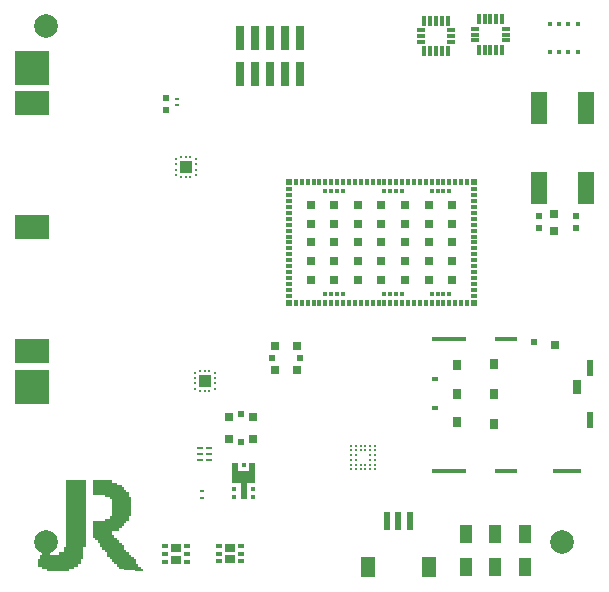
<source format=gbr>
%TF.GenerationSoftware,Altium Limited,Altium Designer,20.1.11 (218)*%
G04 Layer_Color=8421504*
%FSLAX45Y45*%
%MOMM*%
%TF.SameCoordinates,A720D921-2E1A-4B1E-B03F-C1F3B01285F1*%
%TF.FilePolarity,Positive*%
%TF.FileFunction,Paste,Top*%
%TF.Part,Single*%
G01*
G75*
%TA.AperFunction,BGAPad,CuDef*%
%ADD11R,0.40000X0.40000*%
%TA.AperFunction,ConnectorPad*%
%ADD12R,1.00000X1.60000*%
%TA.AperFunction,SMDPad,CuDef*%
%ADD13C,2.00000*%
%TA.AperFunction,BGAPad,CuDef*%
%ADD14R,0.35000X0.35000*%
%TA.AperFunction,SMDPad,CuDef*%
%ADD15R,0.30000X0.27000*%
%ADD16R,0.50000X0.60000*%
%TA.AperFunction,BGAPad,CuDef*%
%ADD17R,0.80000X0.80000*%
%TA.AperFunction,SMDPad,CuDef*%
%ADD18R,0.30000X0.54000*%
%ADD19R,0.54000X0.54000*%
%ADD20R,0.54000X0.30000*%
%TA.AperFunction,BGAPad,CuDef*%
%ADD21R,0.30000X0.30000*%
%TA.AperFunction,SMDPad,CuDef*%
%ADD22R,2.90000X0.45000*%
%ADD23R,1.90000X0.45000*%
%ADD24R,2.40000X0.45000*%
%ADD25R,0.65000X1.20000*%
%ADD26R,0.50000X1.40000*%
%ADD27R,0.70000X0.75000*%
%ADD28R,0.60000X0.60000*%
%ADD29R,0.60000X0.30000*%
%ADD30R,0.70000X0.90000*%
%TA.AperFunction,BGAPad,CuDef*%
%ADD31C,0.21000*%
%TA.AperFunction,SMDPad,CuDef*%
%ADD32R,1.20000X1.80000*%
%ADD33R,0.60000X1.55000*%
%ADD34R,0.58000X0.50000*%
%ADD35R,0.80000X0.75000*%
%ADD36R,0.55000X0.60000*%
%ADD37R,1.40000X2.75000*%
%ADD38R,1.39000X2.75000*%
%ADD39R,0.80000X0.80000*%
%ADD40R,0.80000X0.30000*%
%ADD41R,0.30000X0.92500*%
%ADD42R,0.52500X0.25000*%
%ADD43R,0.50000X0.58000*%
%ADD44R,0.75000X0.80000*%
%ADD45R,1.00000X1.00000*%
%ADD46R,0.25000X0.23000*%
%ADD47R,0.23000X0.25000*%
%ADD48R,3.00000X3.00000*%
%ADD49R,3.00000X2.00000*%
%ADD50R,0.55000X0.42000*%
%ADD51R,0.92000X0.71000*%
%TA.AperFunction,ConnectorPad*%
%ADD52R,0.76000X2.03000*%
%TA.AperFunction,Conductor*%
%ADD54R,0.47600X1.75798*%
%ADD55R,0.60000X1.40000*%
%ADD57R,1.20000X1.10800*%
%TA.AperFunction,OtherPad,Free Pad (15.845mm,35.575mm)*%
%ADD111O,0.23000X0.25000*%
%TA.AperFunction,OtherPad,Free Pad (15.845mm,35.125mm)*%
%ADD112O,0.23000X0.25000*%
%TA.AperFunction,OtherPad,Free Pad (15.845mm,34.675mm)*%
%ADD113O,0.23000X0.25000*%
%TA.AperFunction,OtherPad,Free Pad (15.845mm,34.225mm)*%
%ADD114O,0.23000X0.25000*%
%TA.AperFunction,OtherPad,Free Pad (14.155mm,35.575mm)*%
%ADD115O,0.23000X0.25000*%
%TA.AperFunction,OtherPad,Free Pad (14.155mm,35.125mm)*%
%ADD116O,0.23000X0.25000*%
%TA.AperFunction,OtherPad,Free Pad (14.155mm,34.675mm)*%
%ADD117O,0.23000X0.25000*%
%TA.AperFunction,OtherPad,Free Pad (14.155mm,34.225mm)*%
%ADD118O,0.23000X0.25000*%
%TA.AperFunction,OtherPad,Free Pad (14.6mm,35.745mm)*%
%ADD119O,0.25000X0.23000*%
%TA.AperFunction,OtherPad,Free Pad (15mm,35.745mm)*%
%ADD120O,0.25000X0.23000*%
%TA.AperFunction,OtherPad,Free Pad (15.4mm,35.745mm)*%
%ADD121O,0.25000X0.23000*%
%TA.AperFunction,OtherPad,Free Pad (15.4mm,34.055mm)*%
%ADD122O,0.25000X0.23000*%
%TA.AperFunction,OtherPad,Free Pad (15mm,34.055mm)*%
%ADD123O,0.25000X0.23000*%
%TA.AperFunction,OtherPad,Free Pad (14.6mm,34.055mm)*%
%ADD124O,0.25000X0.23000*%
%TA.AperFunction,OtherPad,Free Pad (15mm,34.9mm)*%
G04:AMPARAMS|DCode=125|XSize=0.85mm|YSize=0.85mm|CornerRadius=0.2125mm|HoleSize=0mm|Usage=FLASHONLY|Rotation=180.000|XOffset=0mm|YOffset=0mm|HoleType=Round|Shape=RoundedRectangle|*
%AMROUNDEDRECTD125*
21,1,0.85000,0.42500,0,0,180.0*
21,1,0.42500,0.85000,0,0,180.0*
1,1,0.42500,-0.21250,0.21250*
1,1,0.42500,0.21250,0.21250*
1,1,0.42500,0.21250,-0.21250*
1,1,0.42500,-0.21250,-0.21250*
%
%ADD125ROUNDEDRECTD125*%
%TA.AperFunction,OtherPad,Free Pad (17.445mm,17.475mm)*%
%ADD126O,0.23000X0.25000*%
%TA.AperFunction,OtherPad,Free Pad (17.445mm,17.025mm)*%
%ADD127O,0.23000X0.25000*%
%TA.AperFunction,OtherPad,Free Pad (17.445mm,16.575mm)*%
%ADD128O,0.23000X0.25000*%
%TA.AperFunction,OtherPad,Free Pad (17.445mm,16.125mm)*%
%ADD129O,0.23000X0.25000*%
%TA.AperFunction,OtherPad,Free Pad (15.755mm,17.475mm)*%
%ADD130O,0.23000X0.25000*%
%TA.AperFunction,OtherPad,Free Pad (15.755mm,17.025mm)*%
%ADD131O,0.23000X0.25000*%
%TA.AperFunction,OtherPad,Free Pad (15.755mm,16.575mm)*%
%ADD132O,0.23000X0.25000*%
%TA.AperFunction,OtherPad,Free Pad (15.755mm,16.125mm)*%
%ADD133O,0.23000X0.25000*%
%TA.AperFunction,OtherPad,Free Pad (16.2mm,17.645mm)*%
%ADD134O,0.25000X0.23000*%
%TA.AperFunction,OtherPad,Free Pad (16.6mm,17.645mm)*%
%ADD135O,0.25000X0.23000*%
%TA.AperFunction,OtherPad,Free Pad (17mm,17.645mm)*%
%ADD136O,0.25000X0.23000*%
%TA.AperFunction,OtherPad,Free Pad (17mm,15.955mm)*%
%ADD137O,0.25000X0.23000*%
%TA.AperFunction,OtherPad,Free Pad (16.6mm,15.955mm)*%
%ADD138O,0.25000X0.23000*%
%TA.AperFunction,OtherPad,Free Pad (16.2mm,15.955mm)*%
%ADD139O,0.25000X0.23000*%
%TA.AperFunction,OtherPad,Free Pad (16.6mm,16.8mm)*%
G04:AMPARAMS|DCode=140|XSize=0.85mm|YSize=0.85mm|CornerRadius=0.2125mm|HoleSize=0mm|Usage=FLASHONLY|Rotation=180.000|XOffset=0mm|YOffset=0mm|HoleType=Round|Shape=RoundedRectangle|*
%AMROUNDEDRECTD140*
21,1,0.85000,0.42500,0,0,180.0*
21,1,0.42500,0.85000,0,0,180.0*
1,1,0.42500,-0.21250,0.21250*
1,1,0.42500,0.21250,0.21250*
1,1,0.42500,0.21250,-0.21250*
1,1,0.42500,-0.21250,-0.21250*
%
%ADD140ROUNDEDRECTD140*%
G36*
X652560Y817360D02*
Y797040D01*
Y776720D01*
Y756400D01*
Y736080D01*
Y715760D01*
Y695440D01*
Y675120D01*
Y654800D01*
Y634480D01*
Y614160D01*
Y593840D01*
Y573520D01*
Y553200D01*
Y532880D01*
Y512560D01*
Y492240D01*
Y471920D01*
Y451600D01*
Y431280D01*
Y410960D01*
Y390640D01*
Y370320D01*
Y350000D01*
Y329680D01*
Y309360D01*
Y289040D01*
Y268720D01*
X632240D01*
Y248400D01*
Y228080D01*
Y207760D01*
Y187440D01*
Y167120D01*
X611920D01*
Y146800D01*
Y126480D01*
X591600D01*
Y106160D01*
X550960D01*
Y85840D01*
X510320D01*
Y65520D01*
X327440D01*
Y85840D01*
X286800D01*
Y106160D01*
X246160D01*
Y126480D01*
Y146800D01*
Y167120D01*
X266480D01*
Y187440D01*
Y207760D01*
X286800D01*
Y228080D01*
Y248400D01*
X307120D01*
Y228080D01*
X347760D01*
Y207760D01*
X429040D01*
Y228080D01*
X469680D01*
Y248400D01*
Y268720D01*
X490000D01*
Y289040D01*
Y309360D01*
Y329680D01*
Y350000D01*
Y370320D01*
Y390640D01*
Y410960D01*
Y431280D01*
Y451600D01*
Y471920D01*
Y492240D01*
Y512560D01*
Y532880D01*
Y553200D01*
Y573520D01*
Y593840D01*
Y614160D01*
Y634480D01*
Y654800D01*
Y675120D01*
Y695440D01*
Y715760D01*
Y736080D01*
Y756400D01*
Y776720D01*
Y797040D01*
Y817360D01*
Y837680D01*
X652560D01*
Y817360D01*
D02*
G37*
G36*
X876080D02*
X916720D01*
Y797040D01*
X957360D01*
Y776720D01*
X977680D01*
Y756400D01*
X998000D01*
Y736080D01*
X1018320D01*
Y715760D01*
Y695440D01*
X1038640D01*
Y675120D01*
Y654800D01*
Y634480D01*
Y614160D01*
Y593840D01*
Y573520D01*
Y553200D01*
Y532880D01*
X1018320D01*
Y512560D01*
Y492240D01*
X998000D01*
Y471920D01*
X977680D01*
Y451600D01*
X957360D01*
Y431280D01*
X937040D01*
Y410960D01*
X876080D01*
Y390640D01*
Y370320D01*
X896400D01*
Y350000D01*
X916720D01*
Y329680D01*
X937040D01*
Y309360D01*
X957360D01*
Y289040D01*
X977680D01*
Y268720D01*
Y248400D01*
X998000D01*
Y228080D01*
X1018320D01*
Y207760D01*
X1038640D01*
Y187440D01*
X1058960D01*
Y167120D01*
X1079280D01*
Y146800D01*
Y126480D01*
X1099600D01*
Y106160D01*
X1119920D01*
Y85840D01*
X1140240D01*
Y65520D01*
X1119920D01*
X937040Y85840D01*
Y106160D01*
X916720D01*
Y126480D01*
X896400D01*
Y146800D01*
X876080D01*
Y167120D01*
X855760D01*
Y187440D01*
X835440D01*
Y207760D01*
Y228080D01*
X815120D01*
Y248400D01*
X794800D01*
Y268720D01*
X774480D01*
Y289040D01*
Y309360D01*
X754160D01*
Y329680D01*
X733840D01*
Y350000D01*
X713520D01*
Y370320D01*
Y390640D01*
Y410960D01*
Y431280D01*
Y451600D01*
Y471920D01*
Y492240D01*
X815120D01*
Y512560D01*
X855760D01*
Y532880D01*
X876080D01*
Y553200D01*
Y573520D01*
Y593840D01*
Y614160D01*
Y634480D01*
Y654800D01*
Y675120D01*
X855760D01*
Y695440D01*
X815120D01*
Y715760D01*
X713520D01*
Y736080D01*
Y756400D01*
Y776720D01*
Y797040D01*
Y817360D01*
Y837680D01*
X876080D01*
Y817360D01*
D02*
G37*
D11*
X4820000Y4699998D02*
D03*
X4740000D02*
D03*
X4660001D02*
D03*
X4580001D02*
D03*
Y4459999D02*
D03*
X4660001D02*
D03*
X4740000D02*
D03*
X4820000D02*
D03*
D12*
X4370002Y100002D02*
D03*
X3869998D02*
D03*
X4120000D02*
D03*
Y380002D02*
D03*
X3869998D02*
D03*
X4370002D02*
D03*
D13*
X4685000Y315000D02*
D03*
X315000D02*
D03*
Y4685000D02*
D03*
D14*
X1989996Y692463D02*
D03*
Y967458D02*
D03*
X2067491Y692463D02*
D03*
Y761662D02*
D03*
Y900062D02*
D03*
Y830862D02*
D03*
Y967458D02*
D03*
X1912495D02*
D03*
Y830862D02*
D03*
Y900062D02*
D03*
Y761662D02*
D03*
Y692463D02*
D03*
D15*
X1640000Y690000D02*
D03*
Y746997D02*
D03*
X1430006Y4011493D02*
D03*
Y4068491D02*
D03*
D16*
X1330001Y3970002D02*
D03*
Y4070002D02*
D03*
D17*
X3757003Y2529996D02*
D03*
Y2689996D02*
D03*
Y3010000D02*
D03*
Y2850001D02*
D03*
Y3170000D02*
D03*
X3557003D02*
D03*
Y2850001D02*
D03*
Y3010000D02*
D03*
Y2689996D02*
D03*
Y2529996D02*
D03*
X3357003D02*
D03*
Y2689996D02*
D03*
Y3010000D02*
D03*
Y2850001D02*
D03*
Y3170000D02*
D03*
X2957004Y2529996D02*
D03*
Y2689996D02*
D03*
Y3010000D02*
D03*
Y2850001D02*
D03*
Y3170000D02*
D03*
X3157004Y2529996D02*
D03*
Y2689996D02*
D03*
Y3010000D02*
D03*
Y2850001D02*
D03*
Y3170000D02*
D03*
X2757005Y2529996D02*
D03*
Y2689996D02*
D03*
Y3010000D02*
D03*
Y2850001D02*
D03*
Y3170000D02*
D03*
X2557000Y2689996D02*
D03*
Y3010000D02*
D03*
Y2850001D02*
D03*
Y3170000D02*
D03*
Y2529996D02*
D03*
D18*
X3882001Y2337998D02*
D03*
X3832004D02*
D03*
X3782001D02*
D03*
X3732004D02*
D03*
X3682002D02*
D03*
X3632004D02*
D03*
X3582002D02*
D03*
X3532004D02*
D03*
X3482002D02*
D03*
X3432005D02*
D03*
X3382002D02*
D03*
X3332005D02*
D03*
X3282002D02*
D03*
X3232005D02*
D03*
X3182003D02*
D03*
X3132000D02*
D03*
X3082003D02*
D03*
X3032000D02*
D03*
X2982003D02*
D03*
X2932000D02*
D03*
X2882003D02*
D03*
X2832001D02*
D03*
X2782003D02*
D03*
X2732001D02*
D03*
X2682004D02*
D03*
X2632001D02*
D03*
X2582004D02*
D03*
X2532001D02*
D03*
X2482004D02*
D03*
X2432001D02*
D03*
X2482004Y3361999D02*
D03*
X2532006D02*
D03*
X2582004D02*
D03*
X2632006D02*
D03*
X2682004D02*
D03*
X2732006D02*
D03*
X2782003D02*
D03*
X2832006D02*
D03*
X2882003D02*
D03*
X2932006D02*
D03*
X2982003D02*
D03*
X3032005D02*
D03*
X3082003D02*
D03*
X3132005D02*
D03*
X3182003D02*
D03*
X3232005D02*
D03*
X3282007D02*
D03*
X3332005D02*
D03*
X3382007D02*
D03*
X3432005D02*
D03*
X3482007D02*
D03*
X3532004D02*
D03*
X3582007D02*
D03*
X3632004D02*
D03*
X3682007D02*
D03*
X3732004D02*
D03*
X3782006D02*
D03*
X3832004D02*
D03*
X3882006D02*
D03*
X2432007D02*
D03*
D19*
X3944003Y2337998D02*
D03*
X2370000D02*
D03*
X3944003Y3361999D02*
D03*
X2370000D02*
D03*
D20*
Y2399999D02*
D03*
Y2449996D02*
D03*
Y2499999D02*
D03*
Y2549996D02*
D03*
Y2599999D02*
D03*
Y2649996D02*
D03*
Y2699998D02*
D03*
Y2749996D02*
D03*
Y2799998D02*
D03*
Y2850001D02*
D03*
Y2899998D02*
D03*
Y3000003D02*
D03*
Y3050000D02*
D03*
Y3100003D02*
D03*
Y3150000D02*
D03*
Y3200002D02*
D03*
Y3250000D02*
D03*
Y3300002D02*
D03*
X3944003Y3249995D02*
D03*
Y3199997D02*
D03*
Y3149995D02*
D03*
Y3099998D02*
D03*
Y3049995D02*
D03*
Y2999998D02*
D03*
Y2949995D02*
D03*
Y2899998D02*
D03*
Y2849996D02*
D03*
Y2799998D02*
D03*
Y2749996D02*
D03*
Y2699993D02*
D03*
Y2649996D02*
D03*
Y2599994D02*
D03*
Y2549996D02*
D03*
Y2499994D02*
D03*
Y2449996D02*
D03*
Y2399994D02*
D03*
X2370000Y2950000D02*
D03*
X3944003Y3299997D02*
D03*
D21*
X3732004Y2415000D02*
D03*
X3632004D02*
D03*
X3682002D02*
D03*
X3582002D02*
D03*
X3182003D02*
D03*
X3282002D02*
D03*
X3232000D02*
D03*
X3332005D02*
D03*
X2832001D02*
D03*
X2682004D02*
D03*
X2782003D02*
D03*
X2732001D02*
D03*
X3732004Y3284996D02*
D03*
X3632004D02*
D03*
X3682002D02*
D03*
X3582002D02*
D03*
X3182003D02*
D03*
X3282002D02*
D03*
X3232000D02*
D03*
X3332005D02*
D03*
X2832001D02*
D03*
X2682004D02*
D03*
X2782003D02*
D03*
X2732001D02*
D03*
D22*
X3724997Y912502D02*
D03*
Y2030000D02*
D03*
D23*
X4210000Y912502D02*
D03*
Y2030000D02*
D03*
D24*
X4725000Y912502D02*
D03*
D25*
X4812498Y1625500D02*
D03*
D26*
X4919996Y1350499D02*
D03*
Y1790503D02*
D03*
D27*
X4625000Y1980003D02*
D03*
D28*
X4445001Y2007501D02*
D03*
D29*
X3610001Y1448503D02*
D03*
Y1692500D02*
D03*
D30*
X3795000Y1326501D02*
D03*
Y1570499D02*
D03*
Y1814501D02*
D03*
X4111997Y1316499D02*
D03*
Y1570499D02*
D03*
Y1824499D02*
D03*
D31*
X3100002Y930002D02*
D03*
X3060002D02*
D03*
X3020002D02*
D03*
X2980002D02*
D03*
X2940003D02*
D03*
X2900003D02*
D03*
X3100002Y970002D02*
D03*
X3060002D02*
D03*
X3020002D02*
D03*
X2980002D02*
D03*
X2940003D02*
D03*
X2900003D02*
D03*
X3100002Y1010002D02*
D03*
X3060002D02*
D03*
X2940003D02*
D03*
X2900003D02*
D03*
X3100002Y1050002D02*
D03*
X3060002D02*
D03*
X2940003D02*
D03*
X2900003D02*
D03*
X3100002Y1090002D02*
D03*
X3060002D02*
D03*
X3020002D02*
D03*
X2980002D02*
D03*
X2940003D02*
D03*
X2900003D02*
D03*
X3100002Y1130002D02*
D03*
X3060002D02*
D03*
X3020002D02*
D03*
X2980002D02*
D03*
X2940003D02*
D03*
X2900003D02*
D03*
D32*
X3560004Y100000D02*
D03*
X3040000D02*
D03*
D33*
X3299999Y487497D02*
D03*
X3200000D02*
D03*
X3399999D02*
D03*
D34*
X2465998Y1869998D02*
D03*
X2234000D02*
D03*
D35*
X2445002Y1767499D02*
D03*
Y1972502D02*
D03*
X2255000D02*
D03*
Y1767499D02*
D03*
D36*
X4800003Y2970000D02*
D03*
Y3070000D02*
D03*
X4490000Y2969999D02*
D03*
Y3069999D02*
D03*
D37*
X4890002Y3987502D02*
D03*
X4490002D02*
D03*
X4890002Y3312502D02*
D03*
D38*
X4490002D02*
D03*
D39*
X4619998Y2945002D02*
D03*
Y3094999D02*
D03*
D40*
X3747502Y4649998D02*
D03*
Y4600001D02*
D03*
Y4549998D02*
D03*
X3492501D02*
D03*
Y4600001D02*
D03*
Y4649998D02*
D03*
X3952502Y4659998D02*
D03*
Y4610001D02*
D03*
Y4559998D02*
D03*
X4207498D02*
D03*
Y4610001D02*
D03*
Y4659998D02*
D03*
D41*
X3719999Y4471248D02*
D03*
X3670001D02*
D03*
X3619999D02*
D03*
X3570001D02*
D03*
X3519999D02*
D03*
Y4728748D02*
D03*
X3570001D02*
D03*
X3619999D02*
D03*
X3670001D02*
D03*
X3719999D02*
D03*
X4180000Y4738748D02*
D03*
X4130002D02*
D03*
X4080000D02*
D03*
X4030002D02*
D03*
X3980000D02*
D03*
Y4481248D02*
D03*
X4030002D02*
D03*
X4080000D02*
D03*
X4130002D02*
D03*
X4180000D02*
D03*
D42*
X1692502Y1010000D02*
D03*
Y1060002D02*
D03*
Y1110000D02*
D03*
X1620000Y1010000D02*
D03*
Y1060002D02*
D03*
Y1110000D02*
D03*
D43*
X1970002Y1396002D02*
D03*
Y1163998D02*
D03*
D44*
X2072501Y1375001D02*
D03*
X1867498D02*
D03*
Y1184999D02*
D03*
X2072501D02*
D03*
D45*
X1500000Y3490000D02*
D03*
X1660006Y1679993D02*
D03*
D46*
X1460000Y3574501D02*
D03*
X1500000D02*
D03*
X1540000D02*
D03*
Y3405499D02*
D03*
X1500000D02*
D03*
X1460000D02*
D03*
X1620006Y1764494D02*
D03*
X1660006D02*
D03*
X1700006D02*
D03*
Y1595493D02*
D03*
X1660006D02*
D03*
X1620006D02*
D03*
D47*
X1584501Y3557503D02*
D03*
Y3512499D02*
D03*
Y3467501D02*
D03*
Y3422502D02*
D03*
X1415499D02*
D03*
Y3467501D02*
D03*
Y3512499D02*
D03*
Y3557503D02*
D03*
X1744507Y1747491D02*
D03*
Y1702493D02*
D03*
Y1657494D02*
D03*
Y1612490D02*
D03*
X1575510D02*
D03*
Y1657494D02*
D03*
Y1702493D02*
D03*
Y1747491D02*
D03*
D48*
X199999Y1630002D02*
D03*
Y4330002D02*
D03*
D49*
Y4030002D02*
D03*
Y1930001D02*
D03*
Y2980002D02*
D03*
D50*
X1325502Y277501D02*
D03*
Y212502D02*
D03*
Y147498D02*
D03*
X1514498D02*
D03*
Y212502D02*
D03*
Y277501D02*
D03*
X1780999Y279997D02*
D03*
Y214999D02*
D03*
Y150000D02*
D03*
X1970000D02*
D03*
Y214999D02*
D03*
Y279997D02*
D03*
D51*
X1420000Y260000D02*
D03*
Y164999D02*
D03*
X1875497Y262497D02*
D03*
Y167501D02*
D03*
D52*
X1956500Y4580498D02*
D03*
X2210500D02*
D03*
X2337500D02*
D03*
X2464500D02*
D03*
X1956500Y4275500D02*
D03*
X2083500D02*
D03*
X2210500D02*
D03*
X2337500D02*
D03*
X2464500D02*
D03*
X2083500Y4580498D02*
D03*
D54*
X2061198Y897102D02*
D03*
X1918796D02*
D03*
D55*
X1989979Y744938D02*
D03*
D57*
X1990000Y864600D02*
D03*
D111*
X1584501Y3557503D02*
D03*
D112*
Y3512499D02*
D03*
D113*
Y3467501D02*
D03*
D114*
Y3422502D02*
D03*
D115*
X1415499Y3557503D02*
D03*
D116*
Y3512499D02*
D03*
D117*
Y3467501D02*
D03*
D118*
Y3422502D02*
D03*
D119*
X1460000Y3574501D02*
D03*
D120*
X1500000D02*
D03*
D121*
X1540000D02*
D03*
D122*
Y3405499D02*
D03*
D123*
X1500000D02*
D03*
D124*
X1460000D02*
D03*
D125*
X1499990Y3490010D02*
D03*
D126*
X1744507Y1747491D02*
D03*
D127*
Y1702493D02*
D03*
D128*
Y1657494D02*
D03*
D129*
Y1612490D02*
D03*
D130*
X1575510Y1747491D02*
D03*
D131*
Y1702493D02*
D03*
D132*
Y1657494D02*
D03*
D133*
Y1612490D02*
D03*
D134*
X1620006Y1764494D02*
D03*
D135*
X1660006D02*
D03*
D136*
X1700006D02*
D03*
D137*
Y1595493D02*
D03*
D138*
X1660006D02*
D03*
D139*
X1620006D02*
D03*
D140*
X1660001Y1679998D02*
D03*
%TF.MD5,e1a80e6464299411a579bbf203b23ef7*%
M02*

</source>
